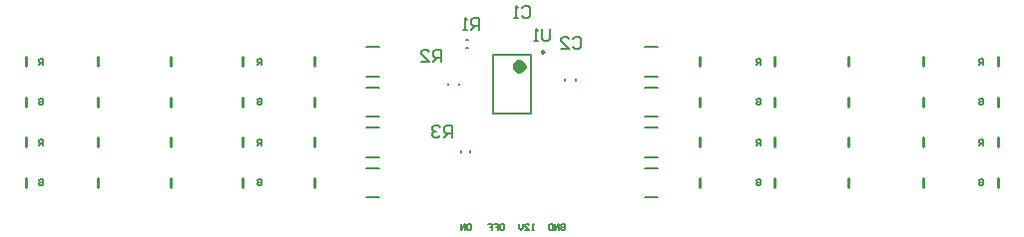
<source format=gbo>
G04*
G04 #@! TF.GenerationSoftware,Altium Limited,Altium Designer,19.0.15 (446)*
G04*
G04 Layer_Color=32896*
%FSLAX25Y25*%
%MOIN*%
G70*
G01*
G75*
%ADD10C,0.00984*%
%ADD11C,0.01000*%
%ADD12C,0.00787*%
%ADD13C,0.00600*%
%ADD44C,0.02362*%
D10*
X193827Y65248D02*
X193089Y65674D01*
Y64822D01*
X193827Y65248D01*
D11*
X270524Y60500D02*
Y63500D01*
X44792Y20000D02*
Y23000D01*
X345335Y47000D02*
Y50000D01*
Y33500D02*
Y36500D01*
X320398Y47000D02*
Y50000D01*
X295461Y47000D02*
Y50000D01*
X270524Y47000D02*
Y50000D01*
X245587Y60500D02*
Y63500D01*
Y20000D02*
Y23000D01*
X270524Y20000D02*
Y23000D01*
X117173Y60500D02*
Y63500D01*
Y47000D02*
Y50000D01*
X93046Y47000D02*
Y50000D01*
X117173Y20000D02*
Y23000D01*
X93046Y20000D02*
Y23000D01*
X68919Y33500D02*
Y36500D01*
X44792Y33500D02*
Y36500D01*
X68919Y20000D02*
Y23000D01*
X20665Y33500D02*
Y36500D01*
Y20000D02*
Y23000D01*
X320398Y33500D02*
Y36500D01*
X295461Y33500D02*
Y36500D01*
X270524Y33500D02*
Y36500D01*
X245587Y47000D02*
Y50000D01*
Y33500D02*
Y36500D01*
X345335Y60500D02*
Y63500D01*
Y20000D02*
Y23000D01*
X320398Y60500D02*
Y63500D01*
Y20000D02*
Y23000D01*
X295461Y60500D02*
Y63500D01*
Y20000D02*
Y23000D01*
X117173Y33500D02*
Y36500D01*
X93046Y60500D02*
Y63500D01*
Y33500D02*
Y36500D01*
X68919Y60500D02*
Y63500D01*
Y47000D02*
Y50000D01*
X44792Y60500D02*
Y63500D01*
Y47000D02*
Y50000D01*
X20665Y60500D02*
Y63500D01*
Y47000D02*
Y50000D01*
D12*
X166180Y31803D02*
Y32197D01*
X168936Y31803D02*
Y32197D01*
X200728Y55803D02*
Y56197D01*
X204272Y55803D02*
Y56197D01*
X161728Y54303D02*
Y54697D01*
X165272Y54303D02*
Y54697D01*
X167803Y69378D02*
X168197D01*
X167803Y66622D02*
X168197D01*
X176701Y44657D02*
X189299D01*
X176701Y64342D02*
X189299D01*
X176701Y44657D02*
Y64342D01*
X189299Y44657D02*
Y64342D01*
X227335Y39921D02*
X231665D01*
X227335Y30079D02*
X231665D01*
X227335Y66921D02*
X231665D01*
X227335Y57079D02*
X231665D01*
X227335Y26421D02*
X231665D01*
X227335Y16579D02*
X231665D01*
X134335Y43579D02*
X138665D01*
X134335Y53421D02*
X138665D01*
X134335Y30079D02*
X138665D01*
X134335Y39921D02*
X138665D01*
X227335Y53421D02*
X231665D01*
X227335Y43579D02*
X231665D01*
X134335Y57079D02*
X138665D01*
X134335Y66921D02*
X138665D01*
X134335Y16579D02*
X138665D01*
X134335Y26421D02*
X138665D01*
D13*
X339167Y49166D02*
X339500Y49499D01*
X340167D01*
X340500Y49166D01*
Y47833D01*
X340167Y47500D01*
X339500D01*
X339167Y47833D01*
Y48500D01*
X339834D01*
X340500Y33909D02*
Y35909D01*
X339500D01*
X339167Y35576D01*
Y34909D01*
X339500Y34576D01*
X340500D01*
X339834D02*
X339167Y33909D01*
X340500Y61000D02*
Y62999D01*
X339500D01*
X339167Y62666D01*
Y62000D01*
X339500Y61666D01*
X340500D01*
X339834D02*
X339167Y61000D01*
Y22166D02*
X339500Y22499D01*
X340167D01*
X340500Y22166D01*
Y20833D01*
X340167Y20500D01*
X339500D01*
X339167Y20833D01*
Y21500D01*
X339834D01*
X264667Y49166D02*
X265000Y49499D01*
X265667D01*
X266000Y49166D01*
Y47833D01*
X265667Y47500D01*
X265000D01*
X264667Y47833D01*
Y48500D01*
X265334D01*
X266000Y34000D02*
Y35999D01*
X265000D01*
X264667Y35666D01*
Y35000D01*
X265000Y34666D01*
X266000D01*
X265334D02*
X264667Y34000D01*
X98167Y49166D02*
X98500Y49499D01*
X99167D01*
X99500Y49166D01*
Y47833D01*
X99167Y47500D01*
X98500D01*
X98167Y47833D01*
Y48500D01*
X98834D01*
X99500Y33909D02*
Y35909D01*
X98500D01*
X98167Y35576D01*
Y34909D01*
X98500Y34576D01*
X99500D01*
X98834D02*
X98167Y33909D01*
X25167Y49166D02*
X25500Y49499D01*
X26167D01*
X26500Y49166D01*
Y47833D01*
X26167Y47500D01*
X25500D01*
X25167Y47833D01*
Y48500D01*
X25834D01*
X26500Y34000D02*
Y35999D01*
X25500D01*
X25167Y35666D01*
Y35000D01*
X25500Y34666D01*
X26500D01*
X25834D02*
X25167Y34000D01*
X266000Y61000D02*
Y62999D01*
X265000D01*
X264667Y62666D01*
Y62000D01*
X265000Y61666D01*
X266000D01*
X265334D02*
X264667Y61000D01*
Y22166D02*
X265000Y22499D01*
X265667D01*
X266000Y22166D01*
Y20833D01*
X265667Y20500D01*
X265000D01*
X264667Y20833D01*
Y21500D01*
X265334D01*
X99500Y61000D02*
Y62999D01*
X98500D01*
X98167Y62666D01*
Y62000D01*
X98500Y61666D01*
X99500D01*
X98834D02*
X98167Y61000D01*
Y22166D02*
X98500Y22499D01*
X99167D01*
X99500Y22166D01*
Y20833D01*
X99167Y20500D01*
X98500D01*
X98167Y20833D01*
Y21500D01*
X98834D01*
X26500Y61000D02*
Y62999D01*
X25500D01*
X25167Y62666D01*
Y62000D01*
X25500Y61666D01*
X26500D01*
X25834D02*
X25167Y61000D01*
Y22166D02*
X25500Y22499D01*
X26167D01*
X26500Y22166D01*
Y20833D01*
X26167Y20500D01*
X25500D01*
X25167Y20833D01*
Y21500D01*
X25834D01*
X199395Y7166D02*
X199729Y7499D01*
X200395D01*
X200728Y7166D01*
Y5833D01*
X200395Y5500D01*
X199729D01*
X199395Y5833D01*
Y6500D01*
X200062D01*
X198729Y5500D02*
Y7499D01*
X197396Y5500D01*
Y7499D01*
X196730D02*
Y5500D01*
X195730D01*
X195397Y5833D01*
Y7166D01*
X195730Y7499D01*
X196730D01*
X190500Y5500D02*
X189833D01*
X190167D01*
Y7499D01*
X190500Y7166D01*
X187501Y5500D02*
X188834D01*
X187501Y6833D01*
Y7166D01*
X187834Y7499D01*
X188501D01*
X188834Y7166D01*
X186835Y7499D02*
Y6166D01*
X186168Y5500D01*
X185502Y6166D01*
Y7499D01*
X179500D02*
X180167D01*
X180500Y7166D01*
Y5833D01*
X180167Y5500D01*
X179500D01*
X179167Y5833D01*
Y7166D01*
X179500Y7499D01*
X177168D02*
X178501D01*
Y6500D01*
X177834D01*
X178501D01*
Y5500D01*
X175168Y7499D02*
X176501D01*
Y6500D01*
X175835D01*
X176501D01*
Y5500D01*
X168500Y7499D02*
X169167D01*
X169500Y7166D01*
Y5833D01*
X169167Y5500D01*
X168500D01*
X168167Y5833D01*
Y7166D01*
X168500Y7499D01*
X167501Y5500D02*
Y7499D01*
X166168Y5500D01*
Y7499D01*
X195650Y72849D02*
Y69516D01*
X194983Y68850D01*
X193651D01*
X192984Y69516D01*
Y72849D01*
X191651Y68850D02*
X190318D01*
X190985D01*
Y72849D01*
X191651Y72182D01*
X163000Y36500D02*
Y40499D01*
X161001D01*
X160334Y39832D01*
Y38499D01*
X161001Y37833D01*
X163000D01*
X161667D02*
X160334Y36500D01*
X159001Y39832D02*
X158335Y40499D01*
X157002D01*
X156335Y39832D01*
Y39166D01*
X157002Y38499D01*
X157668D01*
X157002D01*
X156335Y37833D01*
Y37166D01*
X157002Y36500D01*
X158335D01*
X159001Y37166D01*
X159500Y62000D02*
Y65999D01*
X157501D01*
X156834Y65332D01*
Y63999D01*
X157501Y63333D01*
X159500D01*
X158167D02*
X156834Y62000D01*
X152836D02*
X155501D01*
X152836Y64666D01*
Y65332D01*
X153502Y65999D01*
X154835D01*
X155501Y65332D01*
X172000Y72500D02*
Y76499D01*
X170001D01*
X169334Y75832D01*
Y74499D01*
X170001Y73833D01*
X172000D01*
X170667D02*
X169334Y72500D01*
X168001D02*
X166668D01*
X167335D01*
Y76499D01*
X168001Y75832D01*
X203434Y69732D02*
X204101Y70399D01*
X205434D01*
X206100Y69732D01*
Y67066D01*
X205434Y66400D01*
X204101D01*
X203434Y67066D01*
X199435Y66400D02*
X202101D01*
X199435Y69066D01*
Y69732D01*
X200102Y70399D01*
X201435D01*
X202101Y69732D01*
X186484Y79982D02*
X187151Y80649D01*
X188484D01*
X189150Y79982D01*
Y77316D01*
X188484Y76650D01*
X187151D01*
X186484Y77316D01*
X185151Y76650D02*
X183818D01*
X184485D01*
Y80649D01*
X185151Y79982D01*
D44*
X186543Y60405D02*
X186099Y61329D01*
X185099Y61557D01*
X184298Y60918D01*
Y59893D01*
X185099Y59254D01*
X186099Y59482D01*
X186543Y60405D01*
M02*

</source>
